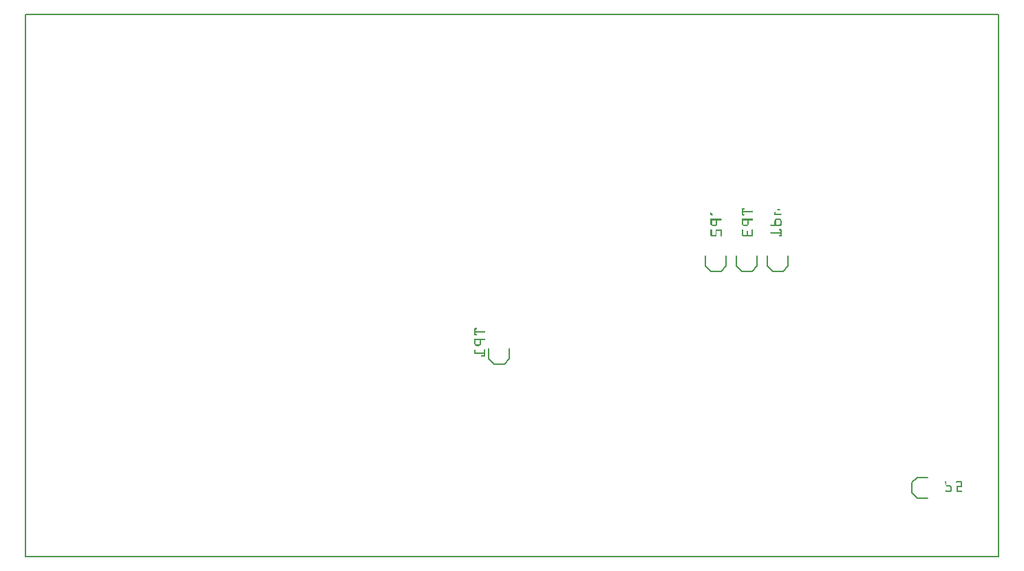
<source format=gbo>
G04 MADE WITH FRITZING*
G04 WWW.FRITZING.ORG*
G04 DOUBLE SIDED*
G04 HOLES PLATED*
G04 CONTOUR ON CENTER OF CONTOUR VECTOR*
%ASAXBY*%
%FSLAX23Y23*%
%MOIN*%
%OFA0B0*%
%SFA1.0B1.0*%
%ADD10R,4.724420X2.637800X4.708420X2.621800*%
%ADD11C,0.008000*%
%ADD12R,0.001000X0.001000*%
%LNSILK0*%
G90*
G70*
G54D11*
X4Y2634D02*
X4720Y2634D01*
X4720Y4D01*
X4Y4D01*
X4Y2634D01*
D02*
X3400Y1463D02*
X3400Y1413D01*
X3400Y1413D02*
X3375Y1388D01*
X3375Y1388D02*
X3325Y1388D01*
X3325Y1388D02*
X3300Y1413D01*
X3300Y1413D02*
X3300Y1463D01*
D02*
X4375Y288D02*
X4325Y288D01*
X4325Y288D02*
X4300Y313D01*
X4300Y313D02*
X4300Y363D01*
X4300Y363D02*
X4325Y388D01*
X4325Y388D02*
X4375Y388D01*
D02*
X2350Y1013D02*
X2350Y963D01*
X2350Y963D02*
X2325Y938D01*
X2325Y938D02*
X2275Y938D01*
X2275Y938D02*
X2250Y963D01*
X2250Y963D02*
X2250Y1013D01*
D02*
X3550Y1463D02*
X3550Y1413D01*
X3550Y1413D02*
X3525Y1388D01*
X3525Y1388D02*
X3475Y1388D01*
X3475Y1388D02*
X3450Y1413D01*
X3450Y1413D02*
X3450Y1463D01*
D02*
X3700Y1463D02*
X3700Y1413D01*
X3700Y1413D02*
X3675Y1388D01*
X3675Y1388D02*
X3625Y1388D01*
X3625Y1388D02*
X3600Y1413D01*
X3600Y1413D02*
X3600Y1463D01*
G54D12*
X3478Y1694D02*
X3486Y1694D01*
X3477Y1693D02*
X3487Y1693D01*
X3476Y1692D02*
X3488Y1692D01*
X3476Y1691D02*
X3488Y1691D01*
X3476Y1690D02*
X3488Y1690D01*
X3476Y1689D02*
X3487Y1689D01*
X3650Y1689D02*
X3659Y1689D01*
X3476Y1688D02*
X3486Y1688D01*
X3649Y1688D02*
X3660Y1688D01*
X3476Y1687D02*
X3482Y1687D01*
X3648Y1687D02*
X3661Y1687D01*
X3476Y1686D02*
X3482Y1686D01*
X3647Y1686D02*
X3661Y1686D01*
X3476Y1685D02*
X3482Y1685D01*
X3647Y1685D02*
X3661Y1685D01*
X3476Y1684D02*
X3482Y1684D01*
X3645Y1684D02*
X3660Y1684D01*
X3476Y1683D02*
X3482Y1683D01*
X3644Y1683D02*
X3659Y1683D01*
X3476Y1682D02*
X3482Y1682D01*
X3476Y1681D02*
X3482Y1681D01*
X3476Y1680D02*
X3482Y1680D01*
X3476Y1679D02*
X3528Y1679D01*
X3476Y1678D02*
X3529Y1678D01*
X3476Y1677D02*
X3529Y1677D01*
X3637Y1677D02*
X3637Y1677D01*
X3476Y1676D02*
X3529Y1676D01*
X3636Y1676D02*
X3637Y1676D01*
X3476Y1675D02*
X3529Y1675D01*
X3634Y1675D02*
X3637Y1675D01*
X3476Y1674D02*
X3528Y1674D01*
X3632Y1674D02*
X3637Y1674D01*
X3324Y1673D02*
X3325Y1673D01*
X3476Y1673D02*
X3526Y1673D01*
X3631Y1673D02*
X3637Y1673D01*
X3324Y1672D02*
X3326Y1672D01*
X3476Y1672D02*
X3482Y1672D01*
X3631Y1672D02*
X3637Y1672D01*
X3324Y1671D02*
X3328Y1671D01*
X3476Y1671D02*
X3482Y1671D01*
X3631Y1671D02*
X3637Y1671D01*
X3324Y1670D02*
X3330Y1670D01*
X3476Y1670D02*
X3482Y1670D01*
X3631Y1670D02*
X3637Y1670D01*
X3324Y1669D02*
X3330Y1669D01*
X3476Y1669D02*
X3482Y1669D01*
X3631Y1669D02*
X3638Y1669D01*
X3324Y1668D02*
X3330Y1668D01*
X3476Y1668D02*
X3482Y1668D01*
X3631Y1668D02*
X3665Y1668D01*
X3324Y1667D02*
X3330Y1667D01*
X3476Y1667D02*
X3482Y1667D01*
X3631Y1667D02*
X3666Y1667D01*
X3324Y1666D02*
X3330Y1666D01*
X3476Y1666D02*
X3482Y1666D01*
X3631Y1666D02*
X3667Y1666D01*
X3324Y1665D02*
X3335Y1665D01*
X3476Y1665D02*
X3486Y1665D01*
X3631Y1665D02*
X3667Y1665D01*
X3324Y1664D02*
X3336Y1664D01*
X3476Y1664D02*
X3487Y1664D01*
X3631Y1664D02*
X3667Y1664D01*
X3324Y1663D02*
X3336Y1663D01*
X3476Y1663D02*
X3488Y1663D01*
X3631Y1663D02*
X3666Y1663D01*
X3324Y1662D02*
X3336Y1662D01*
X3476Y1662D02*
X3488Y1662D01*
X3632Y1662D02*
X3665Y1662D01*
X3324Y1661D02*
X3335Y1661D01*
X3476Y1661D02*
X3488Y1661D01*
X3325Y1660D02*
X3335Y1660D01*
X3477Y1660D02*
X3487Y1660D01*
X3328Y1659D02*
X3332Y1659D01*
X3478Y1659D02*
X3486Y1659D01*
X3642Y1643D02*
X3659Y1643D01*
X3324Y1642D02*
X3376Y1642D01*
X3476Y1642D02*
X3527Y1642D01*
X3640Y1642D02*
X3662Y1642D01*
X3324Y1641D02*
X3377Y1641D01*
X3476Y1641D02*
X3528Y1641D01*
X3638Y1641D02*
X3663Y1641D01*
X3324Y1640D02*
X3377Y1640D01*
X3476Y1640D02*
X3529Y1640D01*
X3637Y1640D02*
X3664Y1640D01*
X3324Y1639D02*
X3377Y1639D01*
X3476Y1639D02*
X3529Y1639D01*
X3636Y1639D02*
X3665Y1639D01*
X3324Y1638D02*
X3377Y1638D01*
X3476Y1638D02*
X3529Y1638D01*
X3636Y1638D02*
X3666Y1638D01*
X3324Y1637D02*
X3376Y1637D01*
X3476Y1637D02*
X3529Y1637D01*
X3635Y1637D02*
X3666Y1637D01*
X3324Y1636D02*
X3374Y1636D01*
X3476Y1636D02*
X3528Y1636D01*
X3635Y1636D02*
X3642Y1636D01*
X3659Y1636D02*
X3666Y1636D01*
X3324Y1635D02*
X3330Y1635D01*
X3350Y1635D02*
X3356Y1635D01*
X3476Y1635D02*
X3482Y1635D01*
X3502Y1635D02*
X3509Y1635D01*
X3635Y1635D02*
X3641Y1635D01*
X3660Y1635D02*
X3667Y1635D01*
X3324Y1634D02*
X3330Y1634D01*
X3350Y1634D02*
X3356Y1634D01*
X3476Y1634D02*
X3482Y1634D01*
X3502Y1634D02*
X3509Y1634D01*
X3634Y1634D02*
X3641Y1634D01*
X3661Y1634D02*
X3667Y1634D01*
X3324Y1633D02*
X3330Y1633D01*
X3350Y1633D02*
X3356Y1633D01*
X3476Y1633D02*
X3482Y1633D01*
X3502Y1633D02*
X3509Y1633D01*
X3634Y1633D02*
X3640Y1633D01*
X3661Y1633D02*
X3667Y1633D01*
X3324Y1632D02*
X3330Y1632D01*
X3350Y1632D02*
X3356Y1632D01*
X3476Y1632D02*
X3482Y1632D01*
X3502Y1632D02*
X3509Y1632D01*
X3634Y1632D02*
X3640Y1632D01*
X3661Y1632D02*
X3667Y1632D01*
X3324Y1631D02*
X3330Y1631D01*
X3350Y1631D02*
X3356Y1631D01*
X3476Y1631D02*
X3482Y1631D01*
X3502Y1631D02*
X3509Y1631D01*
X3634Y1631D02*
X3640Y1631D01*
X3661Y1631D02*
X3667Y1631D01*
X3324Y1630D02*
X3330Y1630D01*
X3350Y1630D02*
X3356Y1630D01*
X3476Y1630D02*
X3482Y1630D01*
X3502Y1630D02*
X3509Y1630D01*
X3634Y1630D02*
X3640Y1630D01*
X3661Y1630D02*
X3667Y1630D01*
X3324Y1629D02*
X3330Y1629D01*
X3350Y1629D02*
X3356Y1629D01*
X3476Y1629D02*
X3482Y1629D01*
X3502Y1629D02*
X3509Y1629D01*
X3634Y1629D02*
X3640Y1629D01*
X3661Y1629D02*
X3667Y1629D01*
X3324Y1628D02*
X3330Y1628D01*
X3350Y1628D02*
X3356Y1628D01*
X3476Y1628D02*
X3482Y1628D01*
X3502Y1628D02*
X3509Y1628D01*
X3634Y1628D02*
X3640Y1628D01*
X3661Y1628D02*
X3667Y1628D01*
X3324Y1627D02*
X3330Y1627D01*
X3350Y1627D02*
X3356Y1627D01*
X3476Y1627D02*
X3482Y1627D01*
X3502Y1627D02*
X3509Y1627D01*
X3634Y1627D02*
X3640Y1627D01*
X3661Y1627D02*
X3667Y1627D01*
X3324Y1626D02*
X3330Y1626D01*
X3350Y1626D02*
X3356Y1626D01*
X3476Y1626D02*
X3482Y1626D01*
X3502Y1626D02*
X3509Y1626D01*
X3634Y1626D02*
X3640Y1626D01*
X3661Y1626D02*
X3667Y1626D01*
X3324Y1625D02*
X3330Y1625D01*
X3350Y1625D02*
X3356Y1625D01*
X3476Y1625D02*
X3482Y1625D01*
X3502Y1625D02*
X3509Y1625D01*
X3634Y1625D02*
X3640Y1625D01*
X3661Y1625D02*
X3667Y1625D01*
X3324Y1624D02*
X3330Y1624D01*
X3350Y1624D02*
X3356Y1624D01*
X3476Y1624D02*
X3482Y1624D01*
X3502Y1624D02*
X3509Y1624D01*
X3634Y1624D02*
X3640Y1624D01*
X3661Y1624D02*
X3667Y1624D01*
X3324Y1623D02*
X3330Y1623D01*
X3350Y1623D02*
X3356Y1623D01*
X3476Y1623D02*
X3482Y1623D01*
X3502Y1623D02*
X3509Y1623D01*
X3634Y1623D02*
X3640Y1623D01*
X3661Y1623D02*
X3667Y1623D01*
X3324Y1622D02*
X3330Y1622D01*
X3350Y1622D02*
X3356Y1622D01*
X3476Y1622D02*
X3482Y1622D01*
X3502Y1622D02*
X3509Y1622D01*
X3634Y1622D02*
X3640Y1622D01*
X3661Y1622D02*
X3667Y1622D01*
X3324Y1621D02*
X3330Y1621D01*
X3350Y1621D02*
X3356Y1621D01*
X3476Y1621D02*
X3482Y1621D01*
X3502Y1621D02*
X3509Y1621D01*
X3634Y1621D02*
X3640Y1621D01*
X3661Y1621D02*
X3667Y1621D01*
X3324Y1620D02*
X3330Y1620D01*
X3350Y1620D02*
X3356Y1620D01*
X3476Y1620D02*
X3482Y1620D01*
X3502Y1620D02*
X3509Y1620D01*
X3634Y1620D02*
X3640Y1620D01*
X3661Y1620D02*
X3667Y1620D01*
X3324Y1619D02*
X3330Y1619D01*
X3350Y1619D02*
X3356Y1619D01*
X3476Y1619D02*
X3482Y1619D01*
X3502Y1619D02*
X3509Y1619D01*
X3634Y1619D02*
X3640Y1619D01*
X3661Y1619D02*
X3667Y1619D01*
X3324Y1618D02*
X3330Y1618D01*
X3350Y1618D02*
X3356Y1618D01*
X3476Y1618D02*
X3482Y1618D01*
X3502Y1618D02*
X3508Y1618D01*
X3634Y1618D02*
X3640Y1618D01*
X3661Y1618D02*
X3667Y1618D01*
X3324Y1617D02*
X3331Y1617D01*
X3350Y1617D02*
X3356Y1617D01*
X3476Y1617D02*
X3482Y1617D01*
X3502Y1617D02*
X3508Y1617D01*
X3634Y1617D02*
X3640Y1617D01*
X3661Y1617D02*
X3667Y1617D01*
X3324Y1616D02*
X3332Y1616D01*
X3349Y1616D02*
X3356Y1616D01*
X3476Y1616D02*
X3483Y1616D01*
X3502Y1616D02*
X3508Y1616D01*
X3634Y1616D02*
X3641Y1616D01*
X3660Y1616D02*
X3667Y1616D01*
X3325Y1615D02*
X3356Y1615D01*
X3477Y1615D02*
X3484Y1615D01*
X3500Y1615D02*
X3508Y1615D01*
X3615Y1615D02*
X3667Y1615D01*
X3325Y1614D02*
X3355Y1614D01*
X3477Y1614D02*
X3508Y1614D01*
X3614Y1614D02*
X3667Y1614D01*
X3326Y1613D02*
X3355Y1613D01*
X3477Y1613D02*
X3507Y1613D01*
X3614Y1613D02*
X3667Y1613D01*
X3326Y1612D02*
X3354Y1612D01*
X3478Y1612D02*
X3506Y1612D01*
X3614Y1612D02*
X3667Y1612D01*
X3327Y1611D02*
X3353Y1611D01*
X3479Y1611D02*
X3506Y1611D01*
X3614Y1611D02*
X3667Y1611D01*
X3329Y1610D02*
X3352Y1610D01*
X3480Y1610D02*
X3504Y1610D01*
X3615Y1610D02*
X3667Y1610D01*
X3331Y1609D02*
X3350Y1609D01*
X3482Y1609D02*
X3503Y1609D01*
X3617Y1609D02*
X3666Y1609D01*
X3484Y1608D02*
X3500Y1608D01*
X3656Y1592D02*
X3666Y1592D01*
X3326Y1591D02*
X3328Y1591D01*
X3352Y1591D02*
X3377Y1591D01*
X3655Y1591D02*
X3666Y1591D01*
X3325Y1590D02*
X3329Y1590D01*
X3350Y1590D02*
X3377Y1590D01*
X3477Y1590D02*
X3481Y1590D01*
X3524Y1590D02*
X3528Y1590D01*
X3655Y1590D02*
X3667Y1590D01*
X3324Y1589D02*
X3330Y1589D01*
X3349Y1589D02*
X3377Y1589D01*
X3476Y1589D02*
X3482Y1589D01*
X3524Y1589D02*
X3529Y1589D01*
X3655Y1589D02*
X3667Y1589D01*
X3324Y1588D02*
X3330Y1588D01*
X3349Y1588D02*
X3377Y1588D01*
X3476Y1588D02*
X3482Y1588D01*
X3523Y1588D02*
X3529Y1588D01*
X3655Y1588D02*
X3667Y1588D01*
X3324Y1587D02*
X3330Y1587D01*
X3348Y1587D02*
X3377Y1587D01*
X3476Y1587D02*
X3482Y1587D01*
X3523Y1587D02*
X3529Y1587D01*
X3656Y1587D02*
X3667Y1587D01*
X3324Y1586D02*
X3330Y1586D01*
X3348Y1586D02*
X3377Y1586D01*
X3476Y1586D02*
X3482Y1586D01*
X3523Y1586D02*
X3529Y1586D01*
X3658Y1586D02*
X3667Y1586D01*
X3324Y1585D02*
X3330Y1585D01*
X3348Y1585D02*
X3377Y1585D01*
X3476Y1585D02*
X3482Y1585D01*
X3523Y1585D02*
X3529Y1585D01*
X3661Y1585D02*
X3667Y1585D01*
X3324Y1584D02*
X3330Y1584D01*
X3348Y1584D02*
X3353Y1584D01*
X3371Y1584D02*
X3377Y1584D01*
X3476Y1584D02*
X3482Y1584D01*
X3523Y1584D02*
X3529Y1584D01*
X3661Y1584D02*
X3667Y1584D01*
X3324Y1583D02*
X3330Y1583D01*
X3348Y1583D02*
X3353Y1583D01*
X3371Y1583D02*
X3377Y1583D01*
X3476Y1583D02*
X3482Y1583D01*
X3501Y1583D02*
X3504Y1583D01*
X3523Y1583D02*
X3529Y1583D01*
X3661Y1583D02*
X3667Y1583D01*
X3324Y1582D02*
X3330Y1582D01*
X3348Y1582D02*
X3353Y1582D01*
X3371Y1582D02*
X3377Y1582D01*
X3476Y1582D02*
X3482Y1582D01*
X3500Y1582D02*
X3505Y1582D01*
X3523Y1582D02*
X3529Y1582D01*
X3661Y1582D02*
X3667Y1582D01*
X3324Y1581D02*
X3330Y1581D01*
X3348Y1581D02*
X3353Y1581D01*
X3371Y1581D02*
X3377Y1581D01*
X3476Y1581D02*
X3482Y1581D01*
X3500Y1581D02*
X3505Y1581D01*
X3523Y1581D02*
X3529Y1581D01*
X3661Y1581D02*
X3667Y1581D01*
X3324Y1580D02*
X3330Y1580D01*
X3348Y1580D02*
X3353Y1580D01*
X3371Y1580D02*
X3377Y1580D01*
X3476Y1580D02*
X3482Y1580D01*
X3500Y1580D02*
X3506Y1580D01*
X3523Y1580D02*
X3529Y1580D01*
X3661Y1580D02*
X3667Y1580D01*
X3324Y1579D02*
X3330Y1579D01*
X3348Y1579D02*
X3353Y1579D01*
X3371Y1579D02*
X3377Y1579D01*
X3476Y1579D02*
X3482Y1579D01*
X3500Y1579D02*
X3506Y1579D01*
X3523Y1579D02*
X3529Y1579D01*
X3661Y1579D02*
X3667Y1579D01*
X3324Y1578D02*
X3330Y1578D01*
X3348Y1578D02*
X3353Y1578D01*
X3371Y1578D02*
X3377Y1578D01*
X3476Y1578D02*
X3482Y1578D01*
X3500Y1578D02*
X3506Y1578D01*
X3523Y1578D02*
X3529Y1578D01*
X3616Y1578D02*
X3667Y1578D01*
X3324Y1577D02*
X3330Y1577D01*
X3348Y1577D02*
X3353Y1577D01*
X3371Y1577D02*
X3377Y1577D01*
X3476Y1577D02*
X3482Y1577D01*
X3500Y1577D02*
X3506Y1577D01*
X3523Y1577D02*
X3529Y1577D01*
X3615Y1577D02*
X3667Y1577D01*
X3324Y1576D02*
X3330Y1576D01*
X3348Y1576D02*
X3353Y1576D01*
X3371Y1576D02*
X3377Y1576D01*
X3476Y1576D02*
X3482Y1576D01*
X3500Y1576D02*
X3506Y1576D01*
X3523Y1576D02*
X3529Y1576D01*
X3614Y1576D02*
X3667Y1576D01*
X3324Y1575D02*
X3330Y1575D01*
X3348Y1575D02*
X3353Y1575D01*
X3371Y1575D02*
X3377Y1575D01*
X3476Y1575D02*
X3482Y1575D01*
X3500Y1575D02*
X3506Y1575D01*
X3523Y1575D02*
X3529Y1575D01*
X3614Y1575D02*
X3667Y1575D01*
X3324Y1574D02*
X3330Y1574D01*
X3348Y1574D02*
X3353Y1574D01*
X3371Y1574D02*
X3377Y1574D01*
X3476Y1574D02*
X3482Y1574D01*
X3500Y1574D02*
X3506Y1574D01*
X3523Y1574D02*
X3529Y1574D01*
X3614Y1574D02*
X3667Y1574D01*
X3324Y1573D02*
X3330Y1573D01*
X3348Y1573D02*
X3353Y1573D01*
X3371Y1573D02*
X3377Y1573D01*
X3476Y1573D02*
X3482Y1573D01*
X3500Y1573D02*
X3506Y1573D01*
X3523Y1573D02*
X3529Y1573D01*
X3614Y1573D02*
X3667Y1573D01*
X3324Y1572D02*
X3330Y1572D01*
X3348Y1572D02*
X3353Y1572D01*
X3371Y1572D02*
X3377Y1572D01*
X3476Y1572D02*
X3482Y1572D01*
X3500Y1572D02*
X3506Y1572D01*
X3523Y1572D02*
X3529Y1572D01*
X3615Y1572D02*
X3667Y1572D01*
X3324Y1571D02*
X3330Y1571D01*
X3348Y1571D02*
X3353Y1571D01*
X3371Y1571D02*
X3377Y1571D01*
X3476Y1571D02*
X3482Y1571D01*
X3500Y1571D02*
X3506Y1571D01*
X3523Y1571D02*
X3529Y1571D01*
X3661Y1571D02*
X3667Y1571D01*
X3324Y1570D02*
X3330Y1570D01*
X3348Y1570D02*
X3353Y1570D01*
X3371Y1570D02*
X3377Y1570D01*
X3476Y1570D02*
X3482Y1570D01*
X3500Y1570D02*
X3506Y1570D01*
X3523Y1570D02*
X3529Y1570D01*
X3661Y1570D02*
X3667Y1570D01*
X3324Y1569D02*
X3330Y1569D01*
X3348Y1569D02*
X3353Y1569D01*
X3371Y1569D02*
X3377Y1569D01*
X3476Y1569D02*
X3482Y1569D01*
X3500Y1569D02*
X3506Y1569D01*
X3523Y1569D02*
X3529Y1569D01*
X3661Y1569D02*
X3667Y1569D01*
X3324Y1568D02*
X3330Y1568D01*
X3348Y1568D02*
X3353Y1568D01*
X3371Y1568D02*
X3377Y1568D01*
X3476Y1568D02*
X3482Y1568D01*
X3500Y1568D02*
X3506Y1568D01*
X3523Y1568D02*
X3529Y1568D01*
X3661Y1568D02*
X3667Y1568D01*
X3324Y1567D02*
X3330Y1567D01*
X3348Y1567D02*
X3353Y1567D01*
X3371Y1567D02*
X3377Y1567D01*
X3476Y1567D02*
X3482Y1567D01*
X3499Y1567D02*
X3506Y1567D01*
X3523Y1567D02*
X3529Y1567D01*
X3661Y1567D02*
X3667Y1567D01*
X3324Y1566D02*
X3330Y1566D01*
X3348Y1566D02*
X3353Y1566D01*
X3371Y1566D02*
X3377Y1566D01*
X3476Y1566D02*
X3482Y1566D01*
X3499Y1566D02*
X3506Y1566D01*
X3523Y1566D02*
X3529Y1566D01*
X3661Y1566D02*
X3667Y1566D01*
X3324Y1565D02*
X3330Y1565D01*
X3348Y1565D02*
X3353Y1565D01*
X3371Y1565D02*
X3377Y1565D01*
X3476Y1565D02*
X3482Y1565D01*
X3499Y1565D02*
X3506Y1565D01*
X3523Y1565D02*
X3529Y1565D01*
X3661Y1565D02*
X3667Y1565D01*
X3324Y1564D02*
X3330Y1564D01*
X3347Y1564D02*
X3353Y1564D01*
X3371Y1564D02*
X3377Y1564D01*
X3476Y1564D02*
X3482Y1564D01*
X3498Y1564D02*
X3507Y1564D01*
X3523Y1564D02*
X3529Y1564D01*
X3661Y1564D02*
X3667Y1564D01*
X3324Y1563D02*
X3353Y1563D01*
X3371Y1563D02*
X3377Y1563D01*
X3476Y1563D02*
X3529Y1563D01*
X3656Y1563D02*
X3667Y1563D01*
X3324Y1562D02*
X3353Y1562D01*
X3371Y1562D02*
X3377Y1562D01*
X3476Y1562D02*
X3529Y1562D01*
X3655Y1562D02*
X3667Y1562D01*
X3325Y1561D02*
X3353Y1561D01*
X3371Y1561D02*
X3377Y1561D01*
X3476Y1561D02*
X3529Y1561D01*
X3655Y1561D02*
X3667Y1561D01*
X3325Y1560D02*
X3352Y1560D01*
X3371Y1560D02*
X3377Y1560D01*
X3477Y1560D02*
X3528Y1560D01*
X3655Y1560D02*
X3667Y1560D01*
X3326Y1559D02*
X3351Y1559D01*
X3371Y1559D02*
X3377Y1559D01*
X3478Y1559D02*
X3528Y1559D01*
X3655Y1559D02*
X3667Y1559D01*
X3327Y1558D02*
X3350Y1558D01*
X3372Y1558D02*
X3376Y1558D01*
X3478Y1558D02*
X3501Y1558D01*
X3504Y1558D02*
X3527Y1558D01*
X3656Y1558D02*
X3666Y1558D01*
X3330Y1557D02*
X3348Y1557D01*
X3374Y1557D02*
X3374Y1557D01*
X3480Y1557D02*
X3499Y1557D01*
X3506Y1557D02*
X3525Y1557D01*
X3658Y1557D02*
X3664Y1557D01*
X2181Y1112D02*
X2190Y1112D01*
X2180Y1111D02*
X2191Y1111D01*
X2180Y1110D02*
X2191Y1110D01*
X2180Y1109D02*
X2192Y1109D01*
X2180Y1108D02*
X2191Y1108D01*
X2180Y1107D02*
X2191Y1107D01*
X2180Y1106D02*
X2189Y1106D01*
X2180Y1105D02*
X2186Y1105D01*
X2180Y1104D02*
X2186Y1104D01*
X2180Y1103D02*
X2186Y1103D01*
X2180Y1102D02*
X2186Y1102D01*
X2180Y1101D02*
X2186Y1101D01*
X2180Y1100D02*
X2186Y1100D01*
X2180Y1099D02*
X2186Y1099D01*
X2180Y1098D02*
X2230Y1098D01*
X2180Y1097D02*
X2232Y1097D01*
X2180Y1096D02*
X2233Y1096D01*
X2180Y1095D02*
X2233Y1095D01*
X2180Y1094D02*
X2233Y1094D01*
X2180Y1093D02*
X2232Y1093D01*
X2180Y1092D02*
X2231Y1092D01*
X2180Y1091D02*
X2186Y1091D01*
X2180Y1090D02*
X2186Y1090D01*
X2180Y1089D02*
X2186Y1089D01*
X2180Y1088D02*
X2186Y1088D01*
X2180Y1087D02*
X2186Y1087D01*
X2180Y1086D02*
X2186Y1086D01*
X2180Y1085D02*
X2186Y1085D01*
X2180Y1084D02*
X2186Y1084D01*
X2180Y1083D02*
X2190Y1083D01*
X2180Y1082D02*
X2191Y1082D01*
X2180Y1081D02*
X2191Y1081D01*
X2180Y1080D02*
X2192Y1080D01*
X2180Y1079D02*
X2191Y1079D01*
X2180Y1078D02*
X2191Y1078D01*
X2182Y1077D02*
X2189Y1077D01*
X2180Y1060D02*
X2231Y1060D01*
X2180Y1059D02*
X2232Y1059D01*
X2180Y1058D02*
X2233Y1058D01*
X2180Y1057D02*
X2233Y1057D01*
X2180Y1056D02*
X2233Y1056D01*
X2180Y1055D02*
X2232Y1055D01*
X2180Y1054D02*
X2231Y1054D01*
X2180Y1053D02*
X2186Y1053D01*
X2206Y1053D02*
X2212Y1053D01*
X2180Y1052D02*
X2186Y1052D01*
X2206Y1052D02*
X2212Y1052D01*
X2180Y1051D02*
X2186Y1051D01*
X2206Y1051D02*
X2212Y1051D01*
X2180Y1050D02*
X2186Y1050D01*
X2206Y1050D02*
X2212Y1050D01*
X2180Y1049D02*
X2186Y1049D01*
X2206Y1049D02*
X2212Y1049D01*
X2180Y1048D02*
X2186Y1048D01*
X2206Y1048D02*
X2212Y1048D01*
X2180Y1047D02*
X2186Y1047D01*
X2206Y1047D02*
X2212Y1047D01*
X2180Y1046D02*
X2186Y1046D01*
X2206Y1046D02*
X2212Y1046D01*
X2180Y1045D02*
X2186Y1045D01*
X2206Y1045D02*
X2212Y1045D01*
X2180Y1044D02*
X2186Y1044D01*
X2206Y1044D02*
X2212Y1044D01*
X2180Y1043D02*
X2186Y1043D01*
X2206Y1043D02*
X2212Y1043D01*
X2180Y1042D02*
X2186Y1042D01*
X2206Y1042D02*
X2212Y1042D01*
X2180Y1041D02*
X2186Y1041D01*
X2206Y1041D02*
X2212Y1041D01*
X2180Y1040D02*
X2186Y1040D01*
X2206Y1040D02*
X2212Y1040D01*
X2180Y1039D02*
X2186Y1039D01*
X2206Y1039D02*
X2212Y1039D01*
X2180Y1038D02*
X2186Y1038D01*
X2206Y1038D02*
X2212Y1038D01*
X2180Y1037D02*
X2186Y1037D01*
X2206Y1037D02*
X2212Y1037D01*
X2180Y1036D02*
X2186Y1036D01*
X2206Y1036D02*
X2212Y1036D01*
X2180Y1035D02*
X2186Y1035D01*
X2206Y1035D02*
X2212Y1035D01*
X2180Y1034D02*
X2187Y1034D01*
X2205Y1034D02*
X2212Y1034D01*
X2180Y1033D02*
X2189Y1033D01*
X2202Y1033D02*
X2212Y1033D01*
X2181Y1032D02*
X2211Y1032D01*
X2181Y1031D02*
X2211Y1031D01*
X2182Y1030D02*
X2210Y1030D01*
X2183Y1029D02*
X2209Y1029D01*
X2184Y1028D02*
X2208Y1028D01*
X2186Y1027D02*
X2206Y1027D01*
X2190Y1026D02*
X2202Y1026D01*
X2182Y1009D02*
X2183Y1009D01*
X2229Y1009D02*
X2230Y1009D01*
X2181Y1008D02*
X2185Y1008D01*
X2228Y1008D02*
X2232Y1008D01*
X2180Y1007D02*
X2185Y1007D01*
X2227Y1007D02*
X2233Y1007D01*
X2180Y1006D02*
X2186Y1006D01*
X2227Y1006D02*
X2233Y1006D01*
X2180Y1005D02*
X2186Y1005D01*
X2227Y1005D02*
X2233Y1005D01*
X2180Y1004D02*
X2186Y1004D01*
X2227Y1004D02*
X2233Y1004D01*
X2180Y1003D02*
X2186Y1003D01*
X2227Y1003D02*
X2233Y1003D01*
X2180Y1002D02*
X2186Y1002D01*
X2227Y1002D02*
X2233Y1002D01*
X2180Y1001D02*
X2186Y1001D01*
X2227Y1001D02*
X2233Y1001D01*
X2180Y1000D02*
X2186Y1000D01*
X2227Y1000D02*
X2233Y1000D01*
X2180Y999D02*
X2186Y999D01*
X2227Y999D02*
X2233Y999D01*
X2180Y998D02*
X2186Y998D01*
X2227Y998D02*
X2233Y998D01*
X2180Y997D02*
X2186Y997D01*
X2227Y997D02*
X2233Y997D01*
X2180Y996D02*
X2186Y996D01*
X2227Y996D02*
X2233Y996D01*
X2180Y995D02*
X2233Y995D01*
X2180Y994D02*
X2233Y994D01*
X2180Y993D02*
X2233Y993D01*
X2180Y992D02*
X2233Y992D01*
X2180Y991D02*
X2233Y991D01*
X2180Y990D02*
X2233Y990D01*
X2180Y989D02*
X2233Y989D01*
X2227Y988D02*
X2233Y988D01*
X2227Y987D02*
X2233Y987D01*
X2227Y986D02*
X2233Y986D01*
X2227Y985D02*
X2233Y985D01*
X2227Y984D02*
X2233Y984D01*
X2227Y983D02*
X2233Y983D01*
X2227Y982D02*
X2233Y982D01*
X2214Y981D02*
X2233Y981D01*
X2213Y980D02*
X2233Y980D01*
X2213Y979D02*
X2233Y979D01*
X2213Y978D02*
X2233Y978D01*
X2213Y977D02*
X2233Y977D01*
X2214Y976D02*
X2232Y976D01*
X2215Y975D02*
X2231Y975D01*
X4460Y370D02*
X4461Y370D01*
X4517Y370D02*
X4536Y370D01*
X4459Y369D02*
X4463Y369D01*
X4515Y369D02*
X4538Y369D01*
X4458Y368D02*
X4463Y368D01*
X4513Y368D02*
X4539Y368D01*
X4458Y367D02*
X4464Y367D01*
X4512Y367D02*
X4540Y367D01*
X4458Y366D02*
X4464Y366D01*
X4511Y366D02*
X4541Y366D01*
X4458Y365D02*
X4464Y365D01*
X4511Y365D02*
X4541Y365D01*
X4458Y364D02*
X4464Y364D01*
X4511Y364D02*
X4541Y364D01*
X4458Y363D02*
X4464Y363D01*
X4511Y363D02*
X4518Y363D01*
X4535Y363D02*
X4541Y363D01*
X4459Y362D02*
X4464Y362D01*
X4512Y362D02*
X4516Y362D01*
X4535Y362D02*
X4541Y362D01*
X4460Y361D02*
X4464Y361D01*
X4535Y361D02*
X4541Y361D01*
X4460Y360D02*
X4464Y360D01*
X4535Y360D02*
X4541Y360D01*
X4461Y359D02*
X4464Y359D01*
X4535Y359D02*
X4541Y359D01*
X4462Y358D02*
X4464Y358D01*
X4535Y358D02*
X4541Y358D01*
X4462Y357D02*
X4464Y357D01*
X4535Y357D02*
X4541Y357D01*
X4463Y356D02*
X4464Y356D01*
X4535Y356D02*
X4541Y356D01*
X4463Y355D02*
X4464Y355D01*
X4535Y355D02*
X4541Y355D01*
X4463Y354D02*
X4464Y354D01*
X4535Y354D02*
X4541Y354D01*
X4464Y353D02*
X4464Y353D01*
X4535Y353D02*
X4541Y353D01*
X4464Y352D02*
X4464Y352D01*
X4535Y352D02*
X4541Y352D01*
X4535Y351D02*
X4541Y351D01*
X4535Y350D02*
X4541Y350D01*
X4465Y349D02*
X4484Y349D01*
X4535Y349D02*
X4541Y349D01*
X4465Y348D02*
X4486Y348D01*
X4535Y348D02*
X4541Y348D01*
X4466Y347D02*
X4488Y347D01*
X4535Y347D02*
X4541Y347D01*
X4466Y346D02*
X4489Y346D01*
X4515Y346D02*
X4541Y346D01*
X4466Y345D02*
X4489Y345D01*
X4515Y345D02*
X4541Y345D01*
X4466Y344D02*
X4490Y344D01*
X4515Y344D02*
X4541Y344D01*
X4466Y343D02*
X4490Y343D01*
X4515Y343D02*
X4540Y343D01*
X4483Y342D02*
X4491Y342D01*
X4515Y342D02*
X4540Y342D01*
X4485Y341D02*
X4491Y341D01*
X4515Y341D02*
X4538Y341D01*
X4485Y340D02*
X4491Y340D01*
X4515Y340D02*
X4537Y340D01*
X4485Y339D02*
X4491Y339D01*
X4515Y339D02*
X4521Y339D01*
X4485Y338D02*
X4491Y338D01*
X4515Y338D02*
X4521Y338D01*
X4485Y337D02*
X4491Y337D01*
X4515Y337D02*
X4521Y337D01*
X4485Y336D02*
X4491Y336D01*
X4515Y336D02*
X4521Y336D01*
X4485Y335D02*
X4491Y335D01*
X4515Y335D02*
X4521Y335D01*
X4485Y334D02*
X4491Y334D01*
X4515Y334D02*
X4521Y334D01*
X4485Y333D02*
X4491Y333D01*
X4515Y333D02*
X4521Y333D01*
X4485Y332D02*
X4491Y332D01*
X4515Y332D02*
X4521Y332D01*
X4485Y331D02*
X4491Y331D01*
X4515Y331D02*
X4521Y331D01*
X4485Y330D02*
X4491Y330D01*
X4515Y330D02*
X4521Y330D01*
X4485Y329D02*
X4491Y329D01*
X4515Y329D02*
X4521Y329D01*
X4485Y328D02*
X4491Y328D01*
X4515Y328D02*
X4521Y328D01*
X4485Y327D02*
X4491Y327D01*
X4515Y327D02*
X4521Y327D01*
X4464Y326D02*
X4464Y326D01*
X4485Y326D02*
X4491Y326D01*
X4515Y326D02*
X4521Y326D01*
X4464Y325D02*
X4464Y325D01*
X4485Y325D02*
X4491Y325D01*
X4515Y325D02*
X4521Y325D01*
X4464Y324D02*
X4464Y324D01*
X4484Y324D02*
X4491Y324D01*
X4515Y324D02*
X4521Y324D01*
X4463Y323D02*
X4491Y323D01*
X4515Y323D02*
X4538Y323D01*
X4463Y322D02*
X4490Y322D01*
X4515Y322D02*
X4540Y322D01*
X4462Y321D02*
X4490Y321D01*
X4515Y321D02*
X4541Y321D01*
X4462Y320D02*
X4489Y320D01*
X4515Y320D02*
X4541Y320D01*
X4461Y319D02*
X4488Y319D01*
X4515Y319D02*
X4541Y319D01*
X4461Y318D02*
X4487Y318D01*
X4515Y318D02*
X4541Y318D01*
X4460Y317D02*
X4485Y317D01*
X4515Y317D02*
X4540Y317D01*
D02*
G04 End of Silk0*
M02*
</source>
